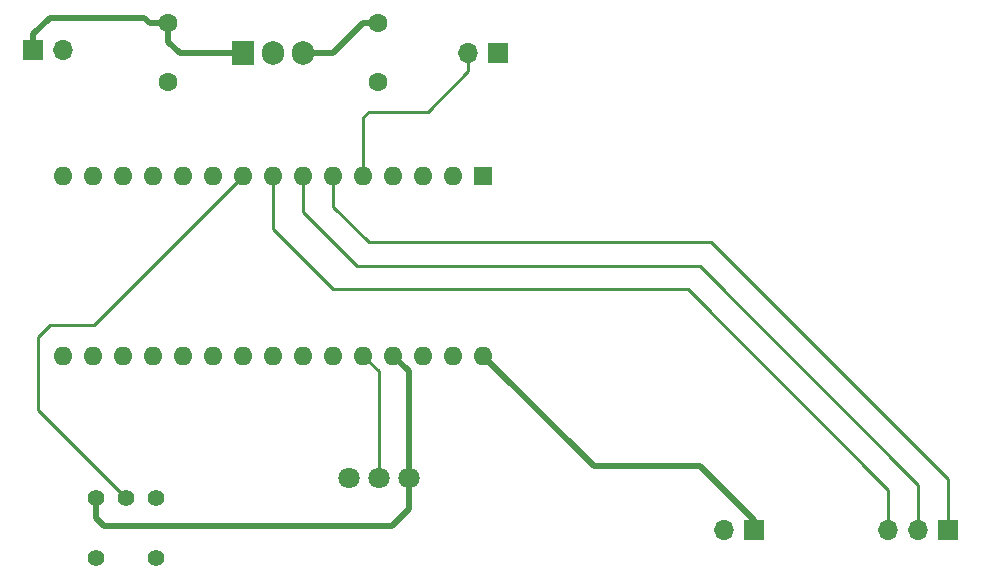
<source format=gbr>
%TF.GenerationSoftware,KiCad,Pcbnew,(6.0.11)*%
%TF.CreationDate,2023-01-29T20:34:14-05:00*%
%TF.ProjectId,Coil_Winder,436f696c-5f57-4696-9e64-65722e6b6963,rev?*%
%TF.SameCoordinates,Original*%
%TF.FileFunction,Copper,L1,Top*%
%TF.FilePolarity,Positive*%
%FSLAX46Y46*%
G04 Gerber Fmt 4.6, Leading zero omitted, Abs format (unit mm)*
G04 Created by KiCad (PCBNEW (6.0.11)) date 2023-01-29 20:34:14*
%MOMM*%
%LPD*%
G01*
G04 APERTURE LIST*
%TA.AperFunction,ComponentPad*%
%ADD10R,1.700000X1.700000*%
%TD*%
%TA.AperFunction,ComponentPad*%
%ADD11O,1.700000X1.700000*%
%TD*%
%TA.AperFunction,ComponentPad*%
%ADD12R,1.905000X2.000000*%
%TD*%
%TA.AperFunction,ComponentPad*%
%ADD13O,1.905000X2.000000*%
%TD*%
%TA.AperFunction,ComponentPad*%
%ADD14C,1.408000*%
%TD*%
%TA.AperFunction,ComponentPad*%
%ADD15R,1.600000X1.600000*%
%TD*%
%TA.AperFunction,ComponentPad*%
%ADD16O,1.600000X1.600000*%
%TD*%
%TA.AperFunction,ComponentPad*%
%ADD17C,1.800000*%
%TD*%
%TA.AperFunction,ComponentPad*%
%ADD18C,1.600000*%
%TD*%
%TA.AperFunction,Conductor*%
%ADD19C,0.250000*%
%TD*%
%TA.AperFunction,Conductor*%
%ADD20C,0.500000*%
%TD*%
G04 APERTURE END LIST*
D10*
%TO.P,J3,1,Pin_1*%
%TO.N,/IN1*%
X132080000Y-116380000D03*
D11*
%TO.P,J3,2,Pin_2*%
%TO.N,/IN2*%
X129540000Y-116380000D03*
%TO.P,J3,3,Pin_3*%
%TO.N,/ENA*%
X127000000Y-116380000D03*
%TD*%
D10*
%TO.P,J2,1,Pin_1*%
%TO.N,+12V*%
X115575000Y-116380000D03*
D11*
%TO.P,J2,2,Pin_2*%
%TO.N,GND*%
X113035000Y-116380000D03*
%TD*%
D10*
%TO.P,J1,1,Pin_1*%
%TO.N,VCC*%
X54605000Y-75780000D03*
D11*
%TO.P,J1,2,Pin_2*%
%TO.N,GND*%
X57145000Y-75780000D03*
%TD*%
D12*
%TO.P,U1,1,IN*%
%TO.N,VCC*%
X72390000Y-75960000D03*
D13*
%TO.P,U1,2,GND*%
%TO.N,GND*%
X74930000Y-75960000D03*
%TO.P,U1,3,OUT*%
%TO.N,+12V*%
X77470000Y-75960000D03*
%TD*%
D14*
%TO.P,SW1,S1*%
%TO.N,N/C*%
X65000000Y-118740000D03*
%TO.P,SW1,S2*%
X59920000Y-118740000D03*
%TO.P,SW1,4*%
%TO.N,GND*%
X65000000Y-113660000D03*
%TO.P,SW1,5*%
%TO.N,Net-(SW1-Pad5)*%
X62460000Y-113660000D03*
%TO.P,SW1,6*%
%TO.N,+5V*%
X59920000Y-113660000D03*
%TD*%
D15*
%TO.P,U2,1,D1/TX*%
%TO.N,unconnected-(U2-Pad1)*%
X92710000Y-86370000D03*
D16*
%TO.P,U2,2,D0/RX*%
%TO.N,unconnected-(U2-Pad2)*%
X90170000Y-86370000D03*
%TO.P,U2,3,~{RESET}*%
%TO.N,unconnected-(U2-Pad3)*%
X87630000Y-86370000D03*
%TO.P,U2,4,GND*%
%TO.N,GND*%
X85090000Y-86370000D03*
%TO.P,U2,5,D2*%
%TO.N,Net-(SW2-Pad2)*%
X82550000Y-86370000D03*
%TO.P,U2,6,D3*%
%TO.N,/IN1*%
X80010000Y-86370000D03*
%TO.P,U2,7,D4*%
%TO.N,/IN2*%
X77470000Y-86370000D03*
%TO.P,U2,8,D5*%
%TO.N,/ENA*%
X74930000Y-86370000D03*
%TO.P,U2,9,D6*%
%TO.N,Net-(SW1-Pad5)*%
X72390000Y-86370000D03*
%TO.P,U2,10,D7*%
%TO.N,unconnected-(U2-Pad10)*%
X69850000Y-86370000D03*
%TO.P,U2,11,D8*%
%TO.N,unconnected-(U2-Pad11)*%
X67310000Y-86370000D03*
%TO.P,U2,12,D9*%
%TO.N,unconnected-(U2-Pad12)*%
X64770000Y-86370000D03*
%TO.P,U2,13,D10*%
%TO.N,unconnected-(U2-Pad13)*%
X62230000Y-86370000D03*
%TO.P,U2,14,D11*%
%TO.N,unconnected-(U2-Pad14)*%
X59690000Y-86370000D03*
%TO.P,U2,15,D12*%
%TO.N,unconnected-(U2-Pad15)*%
X57150000Y-86370000D03*
%TO.P,U2,16,D13*%
%TO.N,unconnected-(U2-Pad16)*%
X57150000Y-101610000D03*
%TO.P,U2,17,3V3*%
%TO.N,unconnected-(U2-Pad17)*%
X59690000Y-101610000D03*
%TO.P,U2,18,AREF*%
%TO.N,unconnected-(U2-Pad18)*%
X62230000Y-101610000D03*
%TO.P,U2,19,A0*%
%TO.N,unconnected-(U2-Pad19)*%
X64770000Y-101610000D03*
%TO.P,U2,20,A1*%
%TO.N,unconnected-(U2-Pad20)*%
X67310000Y-101610000D03*
%TO.P,U2,21,A2*%
%TO.N,unconnected-(U2-Pad21)*%
X69850000Y-101610000D03*
%TO.P,U2,22,A3*%
%TO.N,unconnected-(U2-Pad22)*%
X72390000Y-101610000D03*
%TO.P,U2,23,A4*%
%TO.N,unconnected-(U2-Pad23)*%
X74930000Y-101610000D03*
%TO.P,U2,24,A5*%
%TO.N,unconnected-(U2-Pad24)*%
X77470000Y-101610000D03*
%TO.P,U2,25,A6*%
%TO.N,unconnected-(U2-Pad25)*%
X80010000Y-101610000D03*
%TO.P,U2,26,A7*%
%TO.N,Net-(RV1-Pad2)*%
X82550000Y-101610000D03*
%TO.P,U2,27,+5V*%
%TO.N,+5V*%
X85090000Y-101610000D03*
%TO.P,U2,28,~{RESET}*%
%TO.N,unconnected-(U2-Pad28)*%
X87630000Y-101610000D03*
%TO.P,U2,29,GND*%
%TO.N,GND*%
X90170000Y-101610000D03*
%TO.P,U2,30,VIN*%
%TO.N,+12V*%
X92710000Y-101610000D03*
%TD*%
D10*
%TO.P,SW2,1,1*%
%TO.N,GND*%
X93980000Y-76010000D03*
D11*
%TO.P,SW2,2,2*%
%TO.N,Net-(SW2-Pad2)*%
X91440000Y-76010000D03*
%TD*%
D17*
%TO.P,RV1,1,1*%
%TO.N,unconnected-(RV1-Pad1)*%
X81325000Y-112000000D03*
%TO.P,RV1,2,2*%
%TO.N,Net-(RV1-Pad2)*%
X83865000Y-112000000D03*
%TO.P,RV1,3,3*%
%TO.N,+5V*%
X86405000Y-112000000D03*
%TD*%
D18*
%TO.P,C2,1*%
%TO.N,+12V*%
X83820000Y-73470000D03*
%TO.P,C2,2*%
%TO.N,GND*%
X83820000Y-78470000D03*
%TD*%
%TO.P,C1,1*%
%TO.N,VCC*%
X66040000Y-73470000D03*
%TO.P,C1,2*%
%TO.N,GND*%
X66040000Y-78470000D03*
%TD*%
D19*
%TO.N,Net-(SW1-Pad5)*%
X55000000Y-106200000D02*
X55000000Y-106000000D01*
X62460000Y-113660000D02*
X55000000Y-106200000D01*
D20*
%TO.N,+5V*%
X60550000Y-116000000D02*
X59920000Y-115370000D01*
X85000000Y-116000000D02*
X60550000Y-116000000D01*
D19*
%TO.N,/IN1*%
X80000000Y-89000000D02*
X80010000Y-88990000D01*
X83000000Y-92000000D02*
X80000000Y-89000000D01*
X80010000Y-88990000D02*
X80010000Y-86370000D01*
X132080000Y-112080000D02*
X112000000Y-92000000D01*
X132080000Y-116380000D02*
X132080000Y-112080000D01*
X112000000Y-92000000D02*
X83000000Y-92000000D01*
%TO.N,/IN2*%
X77470000Y-89470000D02*
X77470000Y-86370000D01*
X111000000Y-94000000D02*
X82000000Y-94000000D01*
X129540000Y-112540000D02*
X111000000Y-94000000D01*
X82000000Y-94000000D02*
X77470000Y-89470000D01*
X129540000Y-116380000D02*
X129540000Y-112540000D01*
%TO.N,/ENA*%
X80000000Y-96000000D02*
X74930000Y-90930000D01*
X110000000Y-96000000D02*
X80000000Y-96000000D01*
X127000000Y-113000000D02*
X110000000Y-96000000D01*
X74930000Y-90930000D02*
X74930000Y-86370000D01*
X127000000Y-116380000D02*
X127000000Y-113000000D01*
D20*
%TO.N,+12V*%
X115575000Y-115575000D02*
X111000000Y-111000000D01*
X102100000Y-111000000D02*
X92710000Y-101610000D01*
X115575000Y-116380000D02*
X115575000Y-115575000D01*
X111000000Y-111000000D02*
X102100000Y-111000000D01*
D19*
%TO.N,Net-(RV1-Pad2)*%
X83865000Y-102925000D02*
X82550000Y-101610000D01*
X83865000Y-112000000D02*
X83865000Y-102925000D01*
D20*
%TO.N,+5V*%
X86405000Y-102925000D02*
X85090000Y-101610000D01*
X86405000Y-112000000D02*
X86405000Y-102925000D01*
X86405000Y-114595000D02*
X86405000Y-112000000D01*
X85000000Y-116000000D02*
X86405000Y-114595000D01*
X59920000Y-113660000D02*
X59920000Y-115370000D01*
D19*
%TO.N,Net-(SW1-Pad5)*%
X56000000Y-99000000D02*
X59760000Y-99000000D01*
X55000000Y-100000000D02*
X56000000Y-99000000D01*
X55000000Y-106000000D02*
X55000000Y-100000000D01*
X59760000Y-99000000D02*
X72390000Y-86370000D01*
%TO.N,Net-(SW2-Pad2)*%
X82550000Y-81450000D02*
X82550000Y-86370000D01*
X88000000Y-81000000D02*
X83000000Y-81000000D01*
X91440000Y-77560000D02*
X88000000Y-81000000D01*
X83000000Y-81000000D02*
X82550000Y-81450000D01*
X91440000Y-76010000D02*
X91440000Y-77560000D01*
D20*
%TO.N,+12V*%
X82530000Y-73470000D02*
X83820000Y-73470000D01*
X79960000Y-75960000D02*
X80000000Y-76000000D01*
X77470000Y-75960000D02*
X79960000Y-75960000D01*
X80000000Y-76000000D02*
X82530000Y-73470000D01*
%TO.N,VCC*%
X67040000Y-75960000D02*
X72390000Y-75960000D01*
X67000000Y-76000000D02*
X67040000Y-75960000D01*
X66040000Y-75040000D02*
X67000000Y-76000000D01*
X66040000Y-73470000D02*
X66040000Y-75040000D01*
X64470000Y-73470000D02*
X66040000Y-73470000D01*
X64000000Y-73000000D02*
X64470000Y-73470000D01*
X54605000Y-74395000D02*
X56000000Y-73000000D01*
X56000000Y-73000000D02*
X64000000Y-73000000D01*
X54605000Y-75780000D02*
X54605000Y-74395000D01*
%TD*%
M02*

</source>
